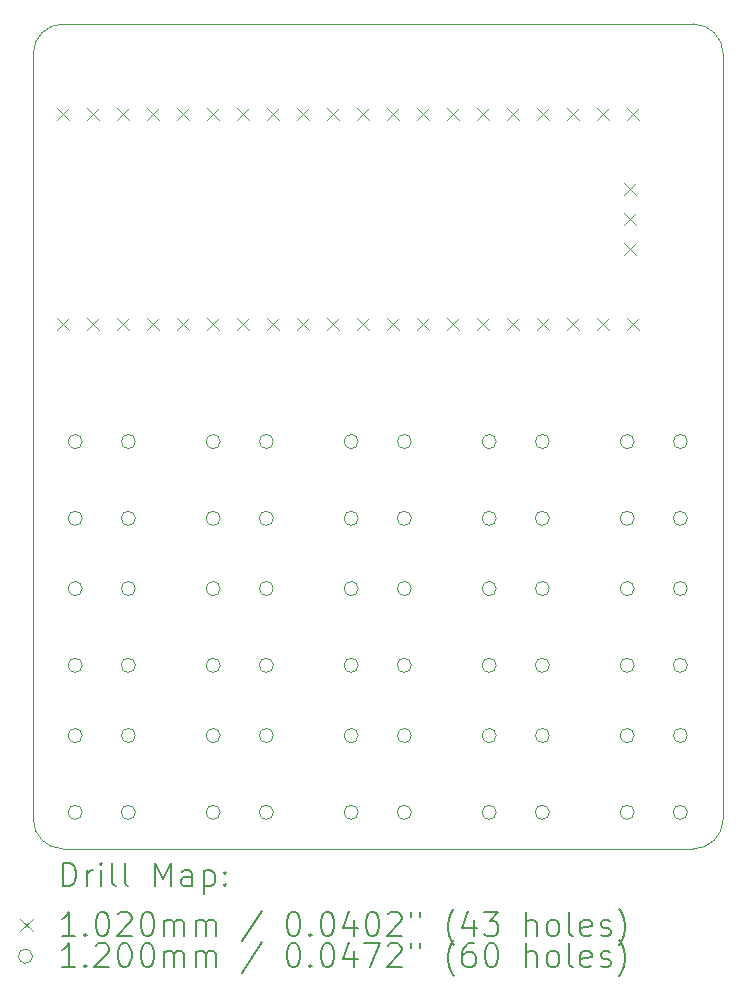
<source format=gbr>
%TF.GenerationSoftware,KiCad,Pcbnew,(6.0.7)*%
%TF.CreationDate,2022-10-15T23:14:36+02:00*%
%TF.ProjectId,15_button_controller,31355f62-7574-4746-9f6e-5f636f6e7472,rev?*%
%TF.SameCoordinates,Original*%
%TF.FileFunction,Drillmap*%
%TF.FilePolarity,Positive*%
%FSLAX45Y45*%
G04 Gerber Fmt 4.5, Leading zero omitted, Abs format (unit mm)*
G04 Created by KiCad (PCBNEW (6.0.7)) date 2022-10-15 23:14:36*
%MOMM*%
%LPD*%
G01*
G04 APERTURE LIST*
%ADD10C,0.100000*%
%ADD11C,0.200000*%
%ADD12C,0.102000*%
%ADD13C,0.120000*%
G04 APERTURE END LIST*
D10*
X12065000Y-12319000D02*
X12065000Y-5842000D01*
X12065000Y-5842000D02*
G75*
G03*
X11811000Y-5588000I-254000J0D01*
G01*
X6223000Y-5842000D02*
X6223000Y-12319000D01*
X11811000Y-5588000D02*
X6477000Y-5588000D01*
X6477000Y-5588000D02*
G75*
G03*
X6223000Y-5842000I0J-254000D01*
G01*
X6223000Y-12319000D02*
G75*
G03*
X6477000Y-12573000I254000J0D01*
G01*
X6477000Y-12573000D02*
X11811000Y-12573000D01*
X11811000Y-12573000D02*
G75*
G03*
X12065000Y-12319000I0J254000D01*
G01*
D11*
D12*
X6426000Y-6299000D02*
X6528000Y-6401000D01*
X6528000Y-6299000D02*
X6426000Y-6401000D01*
X6426000Y-8077000D02*
X6528000Y-8179000D01*
X6528000Y-8077000D02*
X6426000Y-8179000D01*
X6680000Y-6299000D02*
X6782000Y-6401000D01*
X6782000Y-6299000D02*
X6680000Y-6401000D01*
X6680000Y-8077000D02*
X6782000Y-8179000D01*
X6782000Y-8077000D02*
X6680000Y-8179000D01*
X6934000Y-6299000D02*
X7036000Y-6401000D01*
X7036000Y-6299000D02*
X6934000Y-6401000D01*
X6934000Y-8077000D02*
X7036000Y-8179000D01*
X7036000Y-8077000D02*
X6934000Y-8179000D01*
X7188000Y-6299000D02*
X7290000Y-6401000D01*
X7290000Y-6299000D02*
X7188000Y-6401000D01*
X7188000Y-8077000D02*
X7290000Y-8179000D01*
X7290000Y-8077000D02*
X7188000Y-8179000D01*
X7442000Y-6299000D02*
X7544000Y-6401000D01*
X7544000Y-6299000D02*
X7442000Y-6401000D01*
X7442000Y-8077000D02*
X7544000Y-8179000D01*
X7544000Y-8077000D02*
X7442000Y-8179000D01*
X7696000Y-6299000D02*
X7798000Y-6401000D01*
X7798000Y-6299000D02*
X7696000Y-6401000D01*
X7696000Y-8077000D02*
X7798000Y-8179000D01*
X7798000Y-8077000D02*
X7696000Y-8179000D01*
X7950000Y-6299000D02*
X8052000Y-6401000D01*
X8052000Y-6299000D02*
X7950000Y-6401000D01*
X7950000Y-8077000D02*
X8052000Y-8179000D01*
X8052000Y-8077000D02*
X7950000Y-8179000D01*
X8204000Y-6299000D02*
X8306000Y-6401000D01*
X8306000Y-6299000D02*
X8204000Y-6401000D01*
X8204000Y-8077000D02*
X8306000Y-8179000D01*
X8306000Y-8077000D02*
X8204000Y-8179000D01*
X8458000Y-6299000D02*
X8560000Y-6401000D01*
X8560000Y-6299000D02*
X8458000Y-6401000D01*
X8458000Y-8077000D02*
X8560000Y-8179000D01*
X8560000Y-8077000D02*
X8458000Y-8179000D01*
X8712000Y-6299000D02*
X8814000Y-6401000D01*
X8814000Y-6299000D02*
X8712000Y-6401000D01*
X8712000Y-8077000D02*
X8814000Y-8179000D01*
X8814000Y-8077000D02*
X8712000Y-8179000D01*
X8966000Y-6299000D02*
X9068000Y-6401000D01*
X9068000Y-6299000D02*
X8966000Y-6401000D01*
X8966000Y-8077000D02*
X9068000Y-8179000D01*
X9068000Y-8077000D02*
X8966000Y-8179000D01*
X9220000Y-6299000D02*
X9322000Y-6401000D01*
X9322000Y-6299000D02*
X9220000Y-6401000D01*
X9220000Y-8077000D02*
X9322000Y-8179000D01*
X9322000Y-8077000D02*
X9220000Y-8179000D01*
X9474000Y-6299000D02*
X9576000Y-6401000D01*
X9576000Y-6299000D02*
X9474000Y-6401000D01*
X9474000Y-8077000D02*
X9576000Y-8179000D01*
X9576000Y-8077000D02*
X9474000Y-8179000D01*
X9728000Y-6299000D02*
X9830000Y-6401000D01*
X9830000Y-6299000D02*
X9728000Y-6401000D01*
X9728000Y-8077000D02*
X9830000Y-8179000D01*
X9830000Y-8077000D02*
X9728000Y-8179000D01*
X9982000Y-6299000D02*
X10084000Y-6401000D01*
X10084000Y-6299000D02*
X9982000Y-6401000D01*
X9982000Y-8077000D02*
X10084000Y-8179000D01*
X10084000Y-8077000D02*
X9982000Y-8179000D01*
X10236000Y-6299000D02*
X10338000Y-6401000D01*
X10338000Y-6299000D02*
X10236000Y-6401000D01*
X10236000Y-8077000D02*
X10338000Y-8179000D01*
X10338000Y-8077000D02*
X10236000Y-8179000D01*
X10490000Y-6299000D02*
X10592000Y-6401000D01*
X10592000Y-6299000D02*
X10490000Y-6401000D01*
X10490000Y-8077000D02*
X10592000Y-8179000D01*
X10592000Y-8077000D02*
X10490000Y-8179000D01*
X10744000Y-6299000D02*
X10846000Y-6401000D01*
X10846000Y-6299000D02*
X10744000Y-6401000D01*
X10744000Y-8077000D02*
X10846000Y-8179000D01*
X10846000Y-8077000D02*
X10744000Y-8179000D01*
X10998000Y-6299000D02*
X11100000Y-6401000D01*
X11100000Y-6299000D02*
X10998000Y-6401000D01*
X10998000Y-8077000D02*
X11100000Y-8179000D01*
X11100000Y-8077000D02*
X10998000Y-8179000D01*
X11229000Y-6934000D02*
X11331000Y-7036000D01*
X11331000Y-6934000D02*
X11229000Y-7036000D01*
X11229000Y-7188000D02*
X11331000Y-7290000D01*
X11331000Y-7188000D02*
X11229000Y-7290000D01*
X11229000Y-7442000D02*
X11331000Y-7544000D01*
X11331000Y-7442000D02*
X11229000Y-7544000D01*
X11252000Y-6299000D02*
X11354000Y-6401000D01*
X11354000Y-6299000D02*
X11252000Y-6401000D01*
X11252000Y-8077000D02*
X11354000Y-8179000D01*
X11354000Y-8077000D02*
X11252000Y-8179000D01*
D13*
X6638600Y-9123800D02*
G75*
G03*
X6638600Y-9123800I-60000J0D01*
G01*
X6638600Y-9773800D02*
G75*
G03*
X6638600Y-9773800I-60000J0D01*
G01*
X6638600Y-10368400D02*
G75*
G03*
X6638600Y-10368400I-60000J0D01*
G01*
X6638600Y-11018400D02*
G75*
G03*
X6638600Y-11018400I-60000J0D01*
G01*
X6638600Y-11613000D02*
G75*
G03*
X6638600Y-11613000I-60000J0D01*
G01*
X6638600Y-12263000D02*
G75*
G03*
X6638600Y-12263000I-60000J0D01*
G01*
X7088600Y-9123800D02*
G75*
G03*
X7088600Y-9123800I-60000J0D01*
G01*
X7088600Y-9773800D02*
G75*
G03*
X7088600Y-9773800I-60000J0D01*
G01*
X7088600Y-10368400D02*
G75*
G03*
X7088600Y-10368400I-60000J0D01*
G01*
X7088600Y-11018400D02*
G75*
G03*
X7088600Y-11018400I-60000J0D01*
G01*
X7088600Y-11613000D02*
G75*
G03*
X7088600Y-11613000I-60000J0D01*
G01*
X7088600Y-12263000D02*
G75*
G03*
X7088600Y-12263000I-60000J0D01*
G01*
X7807000Y-9123800D02*
G75*
G03*
X7807000Y-9123800I-60000J0D01*
G01*
X7807000Y-9773800D02*
G75*
G03*
X7807000Y-9773800I-60000J0D01*
G01*
X7807000Y-10368400D02*
G75*
G03*
X7807000Y-10368400I-60000J0D01*
G01*
X7807000Y-11018400D02*
G75*
G03*
X7807000Y-11018400I-60000J0D01*
G01*
X7807000Y-11613000D02*
G75*
G03*
X7807000Y-11613000I-60000J0D01*
G01*
X7807000Y-12263000D02*
G75*
G03*
X7807000Y-12263000I-60000J0D01*
G01*
X8257000Y-9123800D02*
G75*
G03*
X8257000Y-9123800I-60000J0D01*
G01*
X8257000Y-9773800D02*
G75*
G03*
X8257000Y-9773800I-60000J0D01*
G01*
X8257000Y-10368400D02*
G75*
G03*
X8257000Y-10368400I-60000J0D01*
G01*
X8257000Y-11018400D02*
G75*
G03*
X8257000Y-11018400I-60000J0D01*
G01*
X8257000Y-11613000D02*
G75*
G03*
X8257000Y-11613000I-60000J0D01*
G01*
X8257000Y-12263000D02*
G75*
G03*
X8257000Y-12263000I-60000J0D01*
G01*
X8975400Y-9123800D02*
G75*
G03*
X8975400Y-9123800I-60000J0D01*
G01*
X8975400Y-9773800D02*
G75*
G03*
X8975400Y-9773800I-60000J0D01*
G01*
X8975400Y-10368400D02*
G75*
G03*
X8975400Y-10368400I-60000J0D01*
G01*
X8975400Y-11018400D02*
G75*
G03*
X8975400Y-11018400I-60000J0D01*
G01*
X8975400Y-11613000D02*
G75*
G03*
X8975400Y-11613000I-60000J0D01*
G01*
X8975400Y-12263000D02*
G75*
G03*
X8975400Y-12263000I-60000J0D01*
G01*
X9425400Y-9123800D02*
G75*
G03*
X9425400Y-9123800I-60000J0D01*
G01*
X9425400Y-9773800D02*
G75*
G03*
X9425400Y-9773800I-60000J0D01*
G01*
X9425400Y-10368400D02*
G75*
G03*
X9425400Y-10368400I-60000J0D01*
G01*
X9425400Y-11018400D02*
G75*
G03*
X9425400Y-11018400I-60000J0D01*
G01*
X9425400Y-11613000D02*
G75*
G03*
X9425400Y-11613000I-60000J0D01*
G01*
X9425400Y-12263000D02*
G75*
G03*
X9425400Y-12263000I-60000J0D01*
G01*
X10143800Y-9123800D02*
G75*
G03*
X10143800Y-9123800I-60000J0D01*
G01*
X10143800Y-9773800D02*
G75*
G03*
X10143800Y-9773800I-60000J0D01*
G01*
X10143800Y-10368400D02*
G75*
G03*
X10143800Y-10368400I-60000J0D01*
G01*
X10143800Y-11018400D02*
G75*
G03*
X10143800Y-11018400I-60000J0D01*
G01*
X10143800Y-11613000D02*
G75*
G03*
X10143800Y-11613000I-60000J0D01*
G01*
X10143800Y-12263000D02*
G75*
G03*
X10143800Y-12263000I-60000J0D01*
G01*
X10593800Y-9123800D02*
G75*
G03*
X10593800Y-9123800I-60000J0D01*
G01*
X10593800Y-9773800D02*
G75*
G03*
X10593800Y-9773800I-60000J0D01*
G01*
X10593800Y-10368400D02*
G75*
G03*
X10593800Y-10368400I-60000J0D01*
G01*
X10593800Y-11018400D02*
G75*
G03*
X10593800Y-11018400I-60000J0D01*
G01*
X10593800Y-11613000D02*
G75*
G03*
X10593800Y-11613000I-60000J0D01*
G01*
X10593800Y-12263000D02*
G75*
G03*
X10593800Y-12263000I-60000J0D01*
G01*
X11312200Y-9123800D02*
G75*
G03*
X11312200Y-9123800I-60000J0D01*
G01*
X11312200Y-9773800D02*
G75*
G03*
X11312200Y-9773800I-60000J0D01*
G01*
X11312200Y-10368400D02*
G75*
G03*
X11312200Y-10368400I-60000J0D01*
G01*
X11312200Y-11018400D02*
G75*
G03*
X11312200Y-11018400I-60000J0D01*
G01*
X11312200Y-11613000D02*
G75*
G03*
X11312200Y-11613000I-60000J0D01*
G01*
X11312200Y-12263000D02*
G75*
G03*
X11312200Y-12263000I-60000J0D01*
G01*
X11762200Y-9123800D02*
G75*
G03*
X11762200Y-9123800I-60000J0D01*
G01*
X11762200Y-9773800D02*
G75*
G03*
X11762200Y-9773800I-60000J0D01*
G01*
X11762200Y-10368400D02*
G75*
G03*
X11762200Y-10368400I-60000J0D01*
G01*
X11762200Y-11018400D02*
G75*
G03*
X11762200Y-11018400I-60000J0D01*
G01*
X11762200Y-11613000D02*
G75*
G03*
X11762200Y-11613000I-60000J0D01*
G01*
X11762200Y-12263000D02*
G75*
G03*
X11762200Y-12263000I-60000J0D01*
G01*
D11*
X6475619Y-12888476D02*
X6475619Y-12688476D01*
X6523238Y-12688476D01*
X6551809Y-12698000D01*
X6570857Y-12717048D01*
X6580381Y-12736095D01*
X6589905Y-12774190D01*
X6589905Y-12802762D01*
X6580381Y-12840857D01*
X6570857Y-12859905D01*
X6551809Y-12878952D01*
X6523238Y-12888476D01*
X6475619Y-12888476D01*
X6675619Y-12888476D02*
X6675619Y-12755143D01*
X6675619Y-12793238D02*
X6685143Y-12774190D01*
X6694667Y-12764667D01*
X6713714Y-12755143D01*
X6732762Y-12755143D01*
X6799428Y-12888476D02*
X6799428Y-12755143D01*
X6799428Y-12688476D02*
X6789905Y-12698000D01*
X6799428Y-12707524D01*
X6808952Y-12698000D01*
X6799428Y-12688476D01*
X6799428Y-12707524D01*
X6923238Y-12888476D02*
X6904190Y-12878952D01*
X6894667Y-12859905D01*
X6894667Y-12688476D01*
X7028000Y-12888476D02*
X7008952Y-12878952D01*
X6999428Y-12859905D01*
X6999428Y-12688476D01*
X7256571Y-12888476D02*
X7256571Y-12688476D01*
X7323238Y-12831333D01*
X7389905Y-12688476D01*
X7389905Y-12888476D01*
X7570857Y-12888476D02*
X7570857Y-12783714D01*
X7561333Y-12764667D01*
X7542286Y-12755143D01*
X7504190Y-12755143D01*
X7485143Y-12764667D01*
X7570857Y-12878952D02*
X7551809Y-12888476D01*
X7504190Y-12888476D01*
X7485143Y-12878952D01*
X7475619Y-12859905D01*
X7475619Y-12840857D01*
X7485143Y-12821809D01*
X7504190Y-12812286D01*
X7551809Y-12812286D01*
X7570857Y-12802762D01*
X7666095Y-12755143D02*
X7666095Y-12955143D01*
X7666095Y-12764667D02*
X7685143Y-12755143D01*
X7723238Y-12755143D01*
X7742286Y-12764667D01*
X7751809Y-12774190D01*
X7761333Y-12793238D01*
X7761333Y-12850381D01*
X7751809Y-12869428D01*
X7742286Y-12878952D01*
X7723238Y-12888476D01*
X7685143Y-12888476D01*
X7666095Y-12878952D01*
X7847048Y-12869428D02*
X7856571Y-12878952D01*
X7847048Y-12888476D01*
X7837524Y-12878952D01*
X7847048Y-12869428D01*
X7847048Y-12888476D01*
X7847048Y-12764667D02*
X7856571Y-12774190D01*
X7847048Y-12783714D01*
X7837524Y-12774190D01*
X7847048Y-12764667D01*
X7847048Y-12783714D01*
D12*
X6116000Y-13167000D02*
X6218000Y-13269000D01*
X6218000Y-13167000D02*
X6116000Y-13269000D01*
D11*
X6580381Y-13308476D02*
X6466095Y-13308476D01*
X6523238Y-13308476D02*
X6523238Y-13108476D01*
X6504190Y-13137048D01*
X6485143Y-13156095D01*
X6466095Y-13165619D01*
X6666095Y-13289428D02*
X6675619Y-13298952D01*
X6666095Y-13308476D01*
X6656571Y-13298952D01*
X6666095Y-13289428D01*
X6666095Y-13308476D01*
X6799428Y-13108476D02*
X6818476Y-13108476D01*
X6837524Y-13118000D01*
X6847048Y-13127524D01*
X6856571Y-13146571D01*
X6866095Y-13184667D01*
X6866095Y-13232286D01*
X6856571Y-13270381D01*
X6847048Y-13289428D01*
X6837524Y-13298952D01*
X6818476Y-13308476D01*
X6799428Y-13308476D01*
X6780381Y-13298952D01*
X6770857Y-13289428D01*
X6761333Y-13270381D01*
X6751809Y-13232286D01*
X6751809Y-13184667D01*
X6761333Y-13146571D01*
X6770857Y-13127524D01*
X6780381Y-13118000D01*
X6799428Y-13108476D01*
X6942286Y-13127524D02*
X6951809Y-13118000D01*
X6970857Y-13108476D01*
X7018476Y-13108476D01*
X7037524Y-13118000D01*
X7047048Y-13127524D01*
X7056571Y-13146571D01*
X7056571Y-13165619D01*
X7047048Y-13194190D01*
X6932762Y-13308476D01*
X7056571Y-13308476D01*
X7180381Y-13108476D02*
X7199428Y-13108476D01*
X7218476Y-13118000D01*
X7228000Y-13127524D01*
X7237524Y-13146571D01*
X7247048Y-13184667D01*
X7247048Y-13232286D01*
X7237524Y-13270381D01*
X7228000Y-13289428D01*
X7218476Y-13298952D01*
X7199428Y-13308476D01*
X7180381Y-13308476D01*
X7161333Y-13298952D01*
X7151809Y-13289428D01*
X7142286Y-13270381D01*
X7132762Y-13232286D01*
X7132762Y-13184667D01*
X7142286Y-13146571D01*
X7151809Y-13127524D01*
X7161333Y-13118000D01*
X7180381Y-13108476D01*
X7332762Y-13308476D02*
X7332762Y-13175143D01*
X7332762Y-13194190D02*
X7342286Y-13184667D01*
X7361333Y-13175143D01*
X7389905Y-13175143D01*
X7408952Y-13184667D01*
X7418476Y-13203714D01*
X7418476Y-13308476D01*
X7418476Y-13203714D02*
X7428000Y-13184667D01*
X7447048Y-13175143D01*
X7475619Y-13175143D01*
X7494667Y-13184667D01*
X7504190Y-13203714D01*
X7504190Y-13308476D01*
X7599428Y-13308476D02*
X7599428Y-13175143D01*
X7599428Y-13194190D02*
X7608952Y-13184667D01*
X7628000Y-13175143D01*
X7656571Y-13175143D01*
X7675619Y-13184667D01*
X7685143Y-13203714D01*
X7685143Y-13308476D01*
X7685143Y-13203714D02*
X7694667Y-13184667D01*
X7713714Y-13175143D01*
X7742286Y-13175143D01*
X7761333Y-13184667D01*
X7770857Y-13203714D01*
X7770857Y-13308476D01*
X8161333Y-13098952D02*
X7989905Y-13356095D01*
X8418476Y-13108476D02*
X8437524Y-13108476D01*
X8456571Y-13118000D01*
X8466095Y-13127524D01*
X8475619Y-13146571D01*
X8485143Y-13184667D01*
X8485143Y-13232286D01*
X8475619Y-13270381D01*
X8466095Y-13289428D01*
X8456571Y-13298952D01*
X8437524Y-13308476D01*
X8418476Y-13308476D01*
X8399429Y-13298952D01*
X8389905Y-13289428D01*
X8380381Y-13270381D01*
X8370857Y-13232286D01*
X8370857Y-13184667D01*
X8380381Y-13146571D01*
X8389905Y-13127524D01*
X8399429Y-13118000D01*
X8418476Y-13108476D01*
X8570857Y-13289428D02*
X8580381Y-13298952D01*
X8570857Y-13308476D01*
X8561333Y-13298952D01*
X8570857Y-13289428D01*
X8570857Y-13308476D01*
X8704190Y-13108476D02*
X8723238Y-13108476D01*
X8742286Y-13118000D01*
X8751810Y-13127524D01*
X8761333Y-13146571D01*
X8770857Y-13184667D01*
X8770857Y-13232286D01*
X8761333Y-13270381D01*
X8751810Y-13289428D01*
X8742286Y-13298952D01*
X8723238Y-13308476D01*
X8704190Y-13308476D01*
X8685143Y-13298952D01*
X8675619Y-13289428D01*
X8666095Y-13270381D01*
X8656571Y-13232286D01*
X8656571Y-13184667D01*
X8666095Y-13146571D01*
X8675619Y-13127524D01*
X8685143Y-13118000D01*
X8704190Y-13108476D01*
X8942286Y-13175143D02*
X8942286Y-13308476D01*
X8894667Y-13098952D02*
X8847048Y-13241809D01*
X8970857Y-13241809D01*
X9085143Y-13108476D02*
X9104190Y-13108476D01*
X9123238Y-13118000D01*
X9132762Y-13127524D01*
X9142286Y-13146571D01*
X9151810Y-13184667D01*
X9151810Y-13232286D01*
X9142286Y-13270381D01*
X9132762Y-13289428D01*
X9123238Y-13298952D01*
X9104190Y-13308476D01*
X9085143Y-13308476D01*
X9066095Y-13298952D01*
X9056571Y-13289428D01*
X9047048Y-13270381D01*
X9037524Y-13232286D01*
X9037524Y-13184667D01*
X9047048Y-13146571D01*
X9056571Y-13127524D01*
X9066095Y-13118000D01*
X9085143Y-13108476D01*
X9228000Y-13127524D02*
X9237524Y-13118000D01*
X9256571Y-13108476D01*
X9304190Y-13108476D01*
X9323238Y-13118000D01*
X9332762Y-13127524D01*
X9342286Y-13146571D01*
X9342286Y-13165619D01*
X9332762Y-13194190D01*
X9218476Y-13308476D01*
X9342286Y-13308476D01*
X9418476Y-13108476D02*
X9418476Y-13146571D01*
X9494667Y-13108476D02*
X9494667Y-13146571D01*
X9789905Y-13384667D02*
X9780381Y-13375143D01*
X9761333Y-13346571D01*
X9751810Y-13327524D01*
X9742286Y-13298952D01*
X9732762Y-13251333D01*
X9732762Y-13213238D01*
X9742286Y-13165619D01*
X9751810Y-13137048D01*
X9761333Y-13118000D01*
X9780381Y-13089428D01*
X9789905Y-13079905D01*
X9951810Y-13175143D02*
X9951810Y-13308476D01*
X9904190Y-13098952D02*
X9856571Y-13241809D01*
X9980381Y-13241809D01*
X10037524Y-13108476D02*
X10161333Y-13108476D01*
X10094667Y-13184667D01*
X10123238Y-13184667D01*
X10142286Y-13194190D01*
X10151810Y-13203714D01*
X10161333Y-13222762D01*
X10161333Y-13270381D01*
X10151810Y-13289428D01*
X10142286Y-13298952D01*
X10123238Y-13308476D01*
X10066095Y-13308476D01*
X10047048Y-13298952D01*
X10037524Y-13289428D01*
X10399429Y-13308476D02*
X10399429Y-13108476D01*
X10485143Y-13308476D02*
X10485143Y-13203714D01*
X10475619Y-13184667D01*
X10456571Y-13175143D01*
X10428000Y-13175143D01*
X10408952Y-13184667D01*
X10399429Y-13194190D01*
X10608952Y-13308476D02*
X10589905Y-13298952D01*
X10580381Y-13289428D01*
X10570857Y-13270381D01*
X10570857Y-13213238D01*
X10580381Y-13194190D01*
X10589905Y-13184667D01*
X10608952Y-13175143D01*
X10637524Y-13175143D01*
X10656571Y-13184667D01*
X10666095Y-13194190D01*
X10675619Y-13213238D01*
X10675619Y-13270381D01*
X10666095Y-13289428D01*
X10656571Y-13298952D01*
X10637524Y-13308476D01*
X10608952Y-13308476D01*
X10789905Y-13308476D02*
X10770857Y-13298952D01*
X10761333Y-13279905D01*
X10761333Y-13108476D01*
X10942286Y-13298952D02*
X10923238Y-13308476D01*
X10885143Y-13308476D01*
X10866095Y-13298952D01*
X10856571Y-13279905D01*
X10856571Y-13203714D01*
X10866095Y-13184667D01*
X10885143Y-13175143D01*
X10923238Y-13175143D01*
X10942286Y-13184667D01*
X10951810Y-13203714D01*
X10951810Y-13222762D01*
X10856571Y-13241809D01*
X11028000Y-13298952D02*
X11047048Y-13308476D01*
X11085143Y-13308476D01*
X11104190Y-13298952D01*
X11113714Y-13279905D01*
X11113714Y-13270381D01*
X11104190Y-13251333D01*
X11085143Y-13241809D01*
X11056571Y-13241809D01*
X11037524Y-13232286D01*
X11028000Y-13213238D01*
X11028000Y-13203714D01*
X11037524Y-13184667D01*
X11056571Y-13175143D01*
X11085143Y-13175143D01*
X11104190Y-13184667D01*
X11180381Y-13384667D02*
X11189905Y-13375143D01*
X11208952Y-13346571D01*
X11218476Y-13327524D01*
X11228000Y-13298952D01*
X11237524Y-13251333D01*
X11237524Y-13213238D01*
X11228000Y-13165619D01*
X11218476Y-13137048D01*
X11208952Y-13118000D01*
X11189905Y-13089428D01*
X11180381Y-13079905D01*
D13*
X6218000Y-13482000D02*
G75*
G03*
X6218000Y-13482000I-60000J0D01*
G01*
D11*
X6580381Y-13572476D02*
X6466095Y-13572476D01*
X6523238Y-13572476D02*
X6523238Y-13372476D01*
X6504190Y-13401048D01*
X6485143Y-13420095D01*
X6466095Y-13429619D01*
X6666095Y-13553428D02*
X6675619Y-13562952D01*
X6666095Y-13572476D01*
X6656571Y-13562952D01*
X6666095Y-13553428D01*
X6666095Y-13572476D01*
X6751809Y-13391524D02*
X6761333Y-13382000D01*
X6780381Y-13372476D01*
X6828000Y-13372476D01*
X6847048Y-13382000D01*
X6856571Y-13391524D01*
X6866095Y-13410571D01*
X6866095Y-13429619D01*
X6856571Y-13458190D01*
X6742286Y-13572476D01*
X6866095Y-13572476D01*
X6989905Y-13372476D02*
X7008952Y-13372476D01*
X7028000Y-13382000D01*
X7037524Y-13391524D01*
X7047048Y-13410571D01*
X7056571Y-13448667D01*
X7056571Y-13496286D01*
X7047048Y-13534381D01*
X7037524Y-13553428D01*
X7028000Y-13562952D01*
X7008952Y-13572476D01*
X6989905Y-13572476D01*
X6970857Y-13562952D01*
X6961333Y-13553428D01*
X6951809Y-13534381D01*
X6942286Y-13496286D01*
X6942286Y-13448667D01*
X6951809Y-13410571D01*
X6961333Y-13391524D01*
X6970857Y-13382000D01*
X6989905Y-13372476D01*
X7180381Y-13372476D02*
X7199428Y-13372476D01*
X7218476Y-13382000D01*
X7228000Y-13391524D01*
X7237524Y-13410571D01*
X7247048Y-13448667D01*
X7247048Y-13496286D01*
X7237524Y-13534381D01*
X7228000Y-13553428D01*
X7218476Y-13562952D01*
X7199428Y-13572476D01*
X7180381Y-13572476D01*
X7161333Y-13562952D01*
X7151809Y-13553428D01*
X7142286Y-13534381D01*
X7132762Y-13496286D01*
X7132762Y-13448667D01*
X7142286Y-13410571D01*
X7151809Y-13391524D01*
X7161333Y-13382000D01*
X7180381Y-13372476D01*
X7332762Y-13572476D02*
X7332762Y-13439143D01*
X7332762Y-13458190D02*
X7342286Y-13448667D01*
X7361333Y-13439143D01*
X7389905Y-13439143D01*
X7408952Y-13448667D01*
X7418476Y-13467714D01*
X7418476Y-13572476D01*
X7418476Y-13467714D02*
X7428000Y-13448667D01*
X7447048Y-13439143D01*
X7475619Y-13439143D01*
X7494667Y-13448667D01*
X7504190Y-13467714D01*
X7504190Y-13572476D01*
X7599428Y-13572476D02*
X7599428Y-13439143D01*
X7599428Y-13458190D02*
X7608952Y-13448667D01*
X7628000Y-13439143D01*
X7656571Y-13439143D01*
X7675619Y-13448667D01*
X7685143Y-13467714D01*
X7685143Y-13572476D01*
X7685143Y-13467714D02*
X7694667Y-13448667D01*
X7713714Y-13439143D01*
X7742286Y-13439143D01*
X7761333Y-13448667D01*
X7770857Y-13467714D01*
X7770857Y-13572476D01*
X8161333Y-13362952D02*
X7989905Y-13620095D01*
X8418476Y-13372476D02*
X8437524Y-13372476D01*
X8456571Y-13382000D01*
X8466095Y-13391524D01*
X8475619Y-13410571D01*
X8485143Y-13448667D01*
X8485143Y-13496286D01*
X8475619Y-13534381D01*
X8466095Y-13553428D01*
X8456571Y-13562952D01*
X8437524Y-13572476D01*
X8418476Y-13572476D01*
X8399429Y-13562952D01*
X8389905Y-13553428D01*
X8380381Y-13534381D01*
X8370857Y-13496286D01*
X8370857Y-13448667D01*
X8380381Y-13410571D01*
X8389905Y-13391524D01*
X8399429Y-13382000D01*
X8418476Y-13372476D01*
X8570857Y-13553428D02*
X8580381Y-13562952D01*
X8570857Y-13572476D01*
X8561333Y-13562952D01*
X8570857Y-13553428D01*
X8570857Y-13572476D01*
X8704190Y-13372476D02*
X8723238Y-13372476D01*
X8742286Y-13382000D01*
X8751810Y-13391524D01*
X8761333Y-13410571D01*
X8770857Y-13448667D01*
X8770857Y-13496286D01*
X8761333Y-13534381D01*
X8751810Y-13553428D01*
X8742286Y-13562952D01*
X8723238Y-13572476D01*
X8704190Y-13572476D01*
X8685143Y-13562952D01*
X8675619Y-13553428D01*
X8666095Y-13534381D01*
X8656571Y-13496286D01*
X8656571Y-13448667D01*
X8666095Y-13410571D01*
X8675619Y-13391524D01*
X8685143Y-13382000D01*
X8704190Y-13372476D01*
X8942286Y-13439143D02*
X8942286Y-13572476D01*
X8894667Y-13362952D02*
X8847048Y-13505809D01*
X8970857Y-13505809D01*
X9028000Y-13372476D02*
X9161333Y-13372476D01*
X9075619Y-13572476D01*
X9228000Y-13391524D02*
X9237524Y-13382000D01*
X9256571Y-13372476D01*
X9304190Y-13372476D01*
X9323238Y-13382000D01*
X9332762Y-13391524D01*
X9342286Y-13410571D01*
X9342286Y-13429619D01*
X9332762Y-13458190D01*
X9218476Y-13572476D01*
X9342286Y-13572476D01*
X9418476Y-13372476D02*
X9418476Y-13410571D01*
X9494667Y-13372476D02*
X9494667Y-13410571D01*
X9789905Y-13648667D02*
X9780381Y-13639143D01*
X9761333Y-13610571D01*
X9751810Y-13591524D01*
X9742286Y-13562952D01*
X9732762Y-13515333D01*
X9732762Y-13477238D01*
X9742286Y-13429619D01*
X9751810Y-13401048D01*
X9761333Y-13382000D01*
X9780381Y-13353428D01*
X9789905Y-13343905D01*
X9951810Y-13372476D02*
X9913714Y-13372476D01*
X9894667Y-13382000D01*
X9885143Y-13391524D01*
X9866095Y-13420095D01*
X9856571Y-13458190D01*
X9856571Y-13534381D01*
X9866095Y-13553428D01*
X9875619Y-13562952D01*
X9894667Y-13572476D01*
X9932762Y-13572476D01*
X9951810Y-13562952D01*
X9961333Y-13553428D01*
X9970857Y-13534381D01*
X9970857Y-13486762D01*
X9961333Y-13467714D01*
X9951810Y-13458190D01*
X9932762Y-13448667D01*
X9894667Y-13448667D01*
X9875619Y-13458190D01*
X9866095Y-13467714D01*
X9856571Y-13486762D01*
X10094667Y-13372476D02*
X10113714Y-13372476D01*
X10132762Y-13382000D01*
X10142286Y-13391524D01*
X10151810Y-13410571D01*
X10161333Y-13448667D01*
X10161333Y-13496286D01*
X10151810Y-13534381D01*
X10142286Y-13553428D01*
X10132762Y-13562952D01*
X10113714Y-13572476D01*
X10094667Y-13572476D01*
X10075619Y-13562952D01*
X10066095Y-13553428D01*
X10056571Y-13534381D01*
X10047048Y-13496286D01*
X10047048Y-13448667D01*
X10056571Y-13410571D01*
X10066095Y-13391524D01*
X10075619Y-13382000D01*
X10094667Y-13372476D01*
X10399429Y-13572476D02*
X10399429Y-13372476D01*
X10485143Y-13572476D02*
X10485143Y-13467714D01*
X10475619Y-13448667D01*
X10456571Y-13439143D01*
X10428000Y-13439143D01*
X10408952Y-13448667D01*
X10399429Y-13458190D01*
X10608952Y-13572476D02*
X10589905Y-13562952D01*
X10580381Y-13553428D01*
X10570857Y-13534381D01*
X10570857Y-13477238D01*
X10580381Y-13458190D01*
X10589905Y-13448667D01*
X10608952Y-13439143D01*
X10637524Y-13439143D01*
X10656571Y-13448667D01*
X10666095Y-13458190D01*
X10675619Y-13477238D01*
X10675619Y-13534381D01*
X10666095Y-13553428D01*
X10656571Y-13562952D01*
X10637524Y-13572476D01*
X10608952Y-13572476D01*
X10789905Y-13572476D02*
X10770857Y-13562952D01*
X10761333Y-13543905D01*
X10761333Y-13372476D01*
X10942286Y-13562952D02*
X10923238Y-13572476D01*
X10885143Y-13572476D01*
X10866095Y-13562952D01*
X10856571Y-13543905D01*
X10856571Y-13467714D01*
X10866095Y-13448667D01*
X10885143Y-13439143D01*
X10923238Y-13439143D01*
X10942286Y-13448667D01*
X10951810Y-13467714D01*
X10951810Y-13486762D01*
X10856571Y-13505809D01*
X11028000Y-13562952D02*
X11047048Y-13572476D01*
X11085143Y-13572476D01*
X11104190Y-13562952D01*
X11113714Y-13543905D01*
X11113714Y-13534381D01*
X11104190Y-13515333D01*
X11085143Y-13505809D01*
X11056571Y-13505809D01*
X11037524Y-13496286D01*
X11028000Y-13477238D01*
X11028000Y-13467714D01*
X11037524Y-13448667D01*
X11056571Y-13439143D01*
X11085143Y-13439143D01*
X11104190Y-13448667D01*
X11180381Y-13648667D02*
X11189905Y-13639143D01*
X11208952Y-13610571D01*
X11218476Y-13591524D01*
X11228000Y-13562952D01*
X11237524Y-13515333D01*
X11237524Y-13477238D01*
X11228000Y-13429619D01*
X11218476Y-13401048D01*
X11208952Y-13382000D01*
X11189905Y-13353428D01*
X11180381Y-13343905D01*
M02*

</source>
